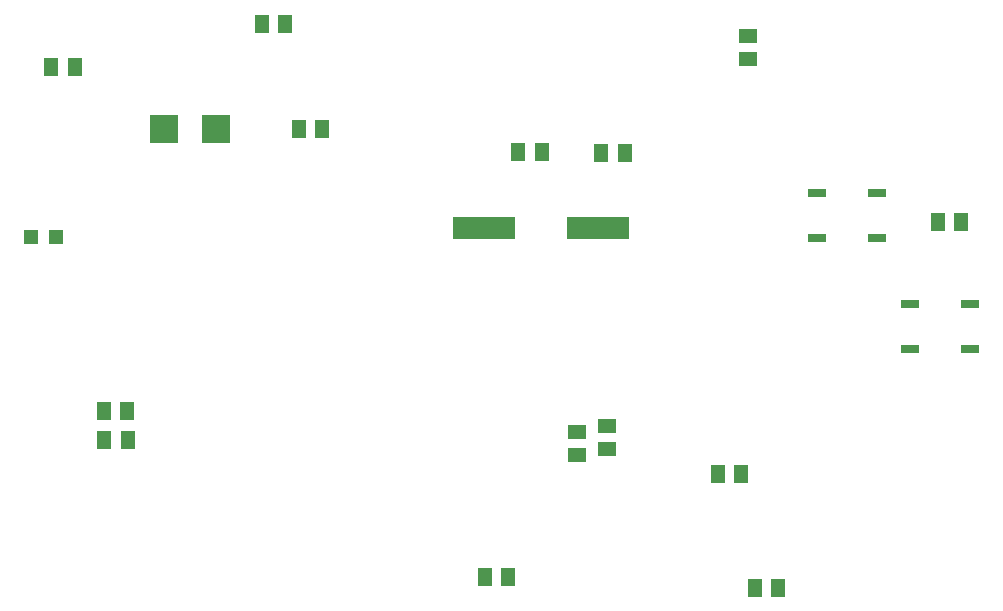
<source format=gtp>
%TF.GenerationSoftware,KiCad,Pcbnew,(6.0.8)*%
%TF.CreationDate,2022-11-16T21:32:55-08:00*%
%TF.ProjectId,T5Cad,54354361-642e-46b6-9963-61645f706362,2.3.1*%
%TF.SameCoordinates,Original*%
%TF.FileFunction,Paste,Top*%
%TF.FilePolarity,Positive*%
%FSLAX46Y46*%
G04 Gerber Fmt 4.6, Leading zero omitted, Abs format (unit mm)*
G04 Created by KiCad (PCBNEW (6.0.8)) date 2022-11-16 21:32:55*
%MOMM*%
%LPD*%
G01*
G04 APERTURE LIST*
%ADD10R,1.300000X1.500000*%
%ADD11R,1.300000X1.600000*%
%ADD12R,1.200000X1.200000*%
%ADD13R,1.524000X0.762000*%
%ADD14R,5.334000X1.930400*%
%ADD15R,1.600000X1.300000*%
%ADD16R,2.400000X2.400000*%
G04 APERTURE END LIST*
D10*
%TO.C,R3*%
X179313800Y-91998800D03*
X181213800Y-91998800D03*
%TD*%
D11*
%TO.C,C6*%
X143780000Y-62738000D03*
X145780000Y-62738000D03*
%TD*%
%TO.C,C7*%
X127270000Y-86614000D03*
X129270000Y-86614000D03*
%TD*%
%TO.C,C10*%
X124834800Y-57556400D03*
X122834800Y-57556400D03*
%TD*%
%TO.C,C2*%
X169418000Y-64770000D03*
X171418000Y-64770000D03*
%TD*%
D10*
%TO.C,R1*%
X161478000Y-100711000D03*
X159578000Y-100711000D03*
%TD*%
D11*
%TO.C,C1*%
X164363400Y-64744600D03*
X162363400Y-64744600D03*
%TD*%
D12*
%TO.C,D1*%
X123224000Y-71882000D03*
X121124000Y-71882000D03*
%TD*%
D13*
%TO.C,SW1*%
X195580000Y-77597000D03*
X200660000Y-77597000D03*
X195580000Y-81407000D03*
X200660000Y-81407000D03*
%TD*%
D11*
%TO.C,C9*%
X129302000Y-89077800D03*
X127302000Y-89077800D03*
%TD*%
D14*
%TO.C,Y1*%
X169164000Y-71120000D03*
X159512000Y-71120000D03*
%TD*%
D15*
%TO.C,C5*%
X167386000Y-88392000D03*
X167386000Y-90392000D03*
%TD*%
%TO.C,C3*%
X169926000Y-87884000D03*
X169926000Y-89884000D03*
%TD*%
D10*
%TO.C,R6*%
X140716000Y-53848000D03*
X142616000Y-53848000D03*
%TD*%
D13*
%TO.C,SW2*%
X187706000Y-68199000D03*
X192786000Y-68199000D03*
X187706000Y-72009000D03*
X192786000Y-72009000D03*
%TD*%
D15*
%TO.C,C4*%
X181864000Y-56880000D03*
X181864000Y-54880000D03*
%TD*%
D10*
%TO.C,R4*%
X199832000Y-70612000D03*
X197932000Y-70612000D03*
%TD*%
%TO.C,R2*%
X182438000Y-101600000D03*
X184338000Y-101600000D03*
%TD*%
D16*
%TO.C,D2*%
X132420000Y-62738000D03*
X136820000Y-62738000D03*
%TD*%
M02*

</source>
